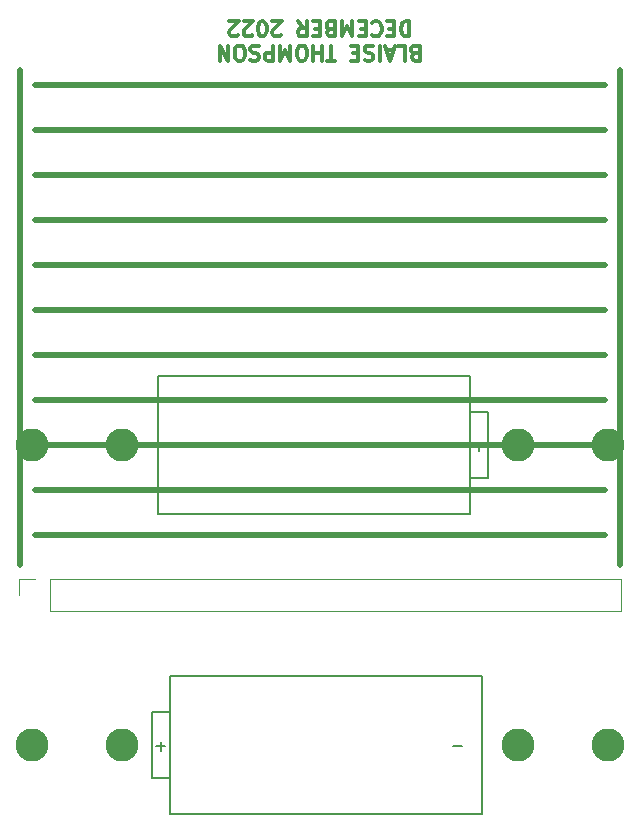
<source format=gbr>
%TF.GenerationSoftware,KiCad,Pcbnew,6.0.11+dfsg-1*%
%TF.CreationDate,2023-02-21T17:46:24-06:00*%
%TF.ProjectId,base,62617365-2e6b-4696-9361-645f70636258,A*%
%TF.SameCoordinates,Original*%
%TF.FileFunction,Legend,Top*%
%TF.FilePolarity,Positive*%
%FSLAX46Y46*%
G04 Gerber Fmt 4.6, Leading zero omitted, Abs format (unit mm)*
G04 Created by KiCad (PCBNEW 6.0.11+dfsg-1) date 2023-02-21 17:46:24*
%MOMM*%
%LPD*%
G01*
G04 APERTURE LIST*
%ADD10C,0.500000*%
%ADD11C,0.317500*%
%ADD12C,0.150000*%
%ADD13C,0.120000*%
%ADD14C,2.794000*%
G04 APERTURE END LIST*
D10*
X102870000Y-96520000D02*
X151130000Y-96520000D01*
X102870000Y-85090000D02*
X151130000Y-85090000D01*
X102870000Y-81280000D02*
X151130000Y-81280000D01*
X102870000Y-66040000D02*
X151130000Y-66040000D01*
X102870000Y-77470000D02*
X151130000Y-77470000D01*
X102870000Y-92710000D02*
X151130000Y-92710000D01*
X102870000Y-88900000D02*
X151130000Y-88900000D01*
X152400000Y-99060000D02*
X152400000Y-57150000D01*
X102870000Y-62230000D02*
X151130000Y-62230000D01*
X102870000Y-73660000D02*
X151130000Y-73660000D01*
X101600000Y-99060000D02*
X101600000Y-57150000D01*
X102870000Y-69850000D02*
X151130000Y-69850000D01*
X102870000Y-58420000D02*
X151130000Y-58420000D01*
D11*
X135043333Y-55723064D02*
X134861904Y-55662588D01*
X134801428Y-55602111D01*
X134740952Y-55481159D01*
X134740952Y-55299730D01*
X134801428Y-55178778D01*
X134861904Y-55118302D01*
X134982857Y-55057826D01*
X135466666Y-55057826D01*
X135466666Y-56327826D01*
X135043333Y-56327826D01*
X134922380Y-56267350D01*
X134861904Y-56206873D01*
X134801428Y-56085921D01*
X134801428Y-55964969D01*
X134861904Y-55844016D01*
X134922380Y-55783540D01*
X135043333Y-55723064D01*
X135466666Y-55723064D01*
X133591904Y-55057826D02*
X134196666Y-55057826D01*
X134196666Y-56327826D01*
X133229047Y-55420683D02*
X132624285Y-55420683D01*
X133350000Y-55057826D02*
X132926666Y-56327826D01*
X132503333Y-55057826D01*
X132080000Y-55057826D02*
X132080000Y-56327826D01*
X131535714Y-55118302D02*
X131354285Y-55057826D01*
X131051904Y-55057826D01*
X130930952Y-55118302D01*
X130870476Y-55178778D01*
X130810000Y-55299730D01*
X130810000Y-55420683D01*
X130870476Y-55541635D01*
X130930952Y-55602111D01*
X131051904Y-55662588D01*
X131293809Y-55723064D01*
X131414761Y-55783540D01*
X131475238Y-55844016D01*
X131535714Y-55964969D01*
X131535714Y-56085921D01*
X131475238Y-56206873D01*
X131414761Y-56267350D01*
X131293809Y-56327826D01*
X130991428Y-56327826D01*
X130810000Y-56267350D01*
X130265714Y-55723064D02*
X129842380Y-55723064D01*
X129660952Y-55057826D02*
X130265714Y-55057826D01*
X130265714Y-56327826D01*
X129660952Y-56327826D01*
X128330476Y-56327826D02*
X127604761Y-56327826D01*
X127967619Y-55057826D02*
X127967619Y-56327826D01*
X127181428Y-55057826D02*
X127181428Y-56327826D01*
X127181428Y-55723064D02*
X126455714Y-55723064D01*
X126455714Y-55057826D02*
X126455714Y-56327826D01*
X125609047Y-56327826D02*
X125367142Y-56327826D01*
X125246190Y-56267350D01*
X125125238Y-56146397D01*
X125064761Y-55904492D01*
X125064761Y-55481159D01*
X125125238Y-55239254D01*
X125246190Y-55118302D01*
X125367142Y-55057826D01*
X125609047Y-55057826D01*
X125730000Y-55118302D01*
X125850952Y-55239254D01*
X125911428Y-55481159D01*
X125911428Y-55904492D01*
X125850952Y-56146397D01*
X125730000Y-56267350D01*
X125609047Y-56327826D01*
X124520476Y-55057826D02*
X124520476Y-56327826D01*
X124097142Y-55420683D01*
X123673809Y-56327826D01*
X123673809Y-55057826D01*
X123069047Y-55057826D02*
X123069047Y-56327826D01*
X122585238Y-56327826D01*
X122464285Y-56267350D01*
X122403809Y-56206873D01*
X122343333Y-56085921D01*
X122343333Y-55904492D01*
X122403809Y-55783540D01*
X122464285Y-55723064D01*
X122585238Y-55662588D01*
X123069047Y-55662588D01*
X121859523Y-55118302D02*
X121678095Y-55057826D01*
X121375714Y-55057826D01*
X121254761Y-55118302D01*
X121194285Y-55178778D01*
X121133809Y-55299730D01*
X121133809Y-55420683D01*
X121194285Y-55541635D01*
X121254761Y-55602111D01*
X121375714Y-55662588D01*
X121617619Y-55723064D01*
X121738571Y-55783540D01*
X121799047Y-55844016D01*
X121859523Y-55964969D01*
X121859523Y-56085921D01*
X121799047Y-56206873D01*
X121738571Y-56267350D01*
X121617619Y-56327826D01*
X121315238Y-56327826D01*
X121133809Y-56267350D01*
X120347619Y-56327826D02*
X120105714Y-56327826D01*
X119984761Y-56267350D01*
X119863809Y-56146397D01*
X119803333Y-55904492D01*
X119803333Y-55481159D01*
X119863809Y-55239254D01*
X119984761Y-55118302D01*
X120105714Y-55057826D01*
X120347619Y-55057826D01*
X120468571Y-55118302D01*
X120589523Y-55239254D01*
X120650000Y-55481159D01*
X120650000Y-55904492D01*
X120589523Y-56146397D01*
X120468571Y-56267350D01*
X120347619Y-56327826D01*
X119259047Y-55057826D02*
X119259047Y-56327826D01*
X118533333Y-55057826D01*
X118533333Y-56327826D01*
X134589761Y-53013126D02*
X134589761Y-54283126D01*
X134287380Y-54283126D01*
X134105952Y-54222650D01*
X133985000Y-54101697D01*
X133924523Y-53980745D01*
X133864047Y-53738840D01*
X133864047Y-53557411D01*
X133924523Y-53315507D01*
X133985000Y-53194554D01*
X134105952Y-53073602D01*
X134287380Y-53013126D01*
X134589761Y-53013126D01*
X133319761Y-53678364D02*
X132896428Y-53678364D01*
X132715000Y-53013126D02*
X133319761Y-53013126D01*
X133319761Y-54283126D01*
X132715000Y-54283126D01*
X131445000Y-53134078D02*
X131505476Y-53073602D01*
X131686904Y-53013126D01*
X131807857Y-53013126D01*
X131989285Y-53073602D01*
X132110238Y-53194554D01*
X132170714Y-53315507D01*
X132231190Y-53557411D01*
X132231190Y-53738840D01*
X132170714Y-53980745D01*
X132110238Y-54101697D01*
X131989285Y-54222650D01*
X131807857Y-54283126D01*
X131686904Y-54283126D01*
X131505476Y-54222650D01*
X131445000Y-54162173D01*
X130900714Y-53678364D02*
X130477380Y-53678364D01*
X130295952Y-53013126D02*
X130900714Y-53013126D01*
X130900714Y-54283126D01*
X130295952Y-54283126D01*
X129751666Y-53013126D02*
X129751666Y-54283126D01*
X129328333Y-53375983D01*
X128905000Y-54283126D01*
X128905000Y-53013126D01*
X127876904Y-53678364D02*
X127695476Y-53617888D01*
X127635000Y-53557411D01*
X127574523Y-53436459D01*
X127574523Y-53255030D01*
X127635000Y-53134078D01*
X127695476Y-53073602D01*
X127816428Y-53013126D01*
X128300238Y-53013126D01*
X128300238Y-54283126D01*
X127876904Y-54283126D01*
X127755952Y-54222650D01*
X127695476Y-54162173D01*
X127635000Y-54041221D01*
X127635000Y-53920269D01*
X127695476Y-53799316D01*
X127755952Y-53738840D01*
X127876904Y-53678364D01*
X128300238Y-53678364D01*
X127030238Y-53678364D02*
X126606904Y-53678364D01*
X126425476Y-53013126D02*
X127030238Y-53013126D01*
X127030238Y-54283126D01*
X126425476Y-54283126D01*
X125155476Y-53013126D02*
X125578809Y-53617888D01*
X125881190Y-53013126D02*
X125881190Y-54283126D01*
X125397380Y-54283126D01*
X125276428Y-54222650D01*
X125215952Y-54162173D01*
X125155476Y-54041221D01*
X125155476Y-53859792D01*
X125215952Y-53738840D01*
X125276428Y-53678364D01*
X125397380Y-53617888D01*
X125881190Y-53617888D01*
X123704047Y-54162173D02*
X123643571Y-54222650D01*
X123522619Y-54283126D01*
X123220238Y-54283126D01*
X123099285Y-54222650D01*
X123038809Y-54162173D01*
X122978333Y-54041221D01*
X122978333Y-53920269D01*
X123038809Y-53738840D01*
X123764523Y-53013126D01*
X122978333Y-53013126D01*
X122192142Y-54283126D02*
X122071190Y-54283126D01*
X121950238Y-54222650D01*
X121889761Y-54162173D01*
X121829285Y-54041221D01*
X121768809Y-53799316D01*
X121768809Y-53496935D01*
X121829285Y-53255030D01*
X121889761Y-53134078D01*
X121950238Y-53073602D01*
X122071190Y-53013126D01*
X122192142Y-53013126D01*
X122313095Y-53073602D01*
X122373571Y-53134078D01*
X122434047Y-53255030D01*
X122494523Y-53496935D01*
X122494523Y-53799316D01*
X122434047Y-54041221D01*
X122373571Y-54162173D01*
X122313095Y-54222650D01*
X122192142Y-54283126D01*
X121285000Y-54162173D02*
X121224523Y-54222650D01*
X121103571Y-54283126D01*
X120801190Y-54283126D01*
X120680238Y-54222650D01*
X120619761Y-54162173D01*
X120559285Y-54041221D01*
X120559285Y-53920269D01*
X120619761Y-53738840D01*
X121345476Y-53013126D01*
X120559285Y-53013126D01*
X120075476Y-54162173D02*
X120015000Y-54222650D01*
X119894047Y-54283126D01*
X119591666Y-54283126D01*
X119470714Y-54222650D01*
X119410238Y-54162173D01*
X119349761Y-54041221D01*
X119349761Y-53920269D01*
X119410238Y-53738840D01*
X120135952Y-53013126D01*
X119349761Y-53013126D01*
D12*
%TO.C,BT2*%
X114935047Y-88971428D02*
X115696952Y-88971428D01*
X140081047Y-88971428D02*
X140842952Y-88971428D01*
X140462000Y-89352380D02*
X140462000Y-88590476D01*
%TO.C,BT1*%
X138303047Y-114371428D02*
X139064952Y-114371428D01*
X113157047Y-114371428D02*
X113918952Y-114371428D01*
X113538000Y-114752380D02*
X113538000Y-113990476D01*
%TO.C,BT2*%
X139700000Y-91694000D02*
X141224000Y-91694000D01*
X141224000Y-91694000D02*
X141224000Y-86106000D01*
X141224000Y-86106000D02*
X139700000Y-86106000D01*
X113284000Y-83058000D02*
X139700000Y-83058000D01*
X139700000Y-94742000D02*
X113284000Y-94742000D01*
X139700000Y-94742000D02*
X139700000Y-83058000D01*
X113284000Y-83058000D02*
X113284000Y-94742000D01*
%TO.C,BT1*%
X114300000Y-111506000D02*
X112776000Y-111506000D01*
X112776000Y-111506000D02*
X112776000Y-117094000D01*
X112776000Y-117094000D02*
X114300000Y-117094000D01*
X140716000Y-120142000D02*
X114300000Y-120142000D01*
X114300000Y-108458000D02*
X140716000Y-108458000D01*
X114300000Y-108458000D02*
X114300000Y-120142000D01*
X140716000Y-120142000D02*
X140716000Y-108458000D01*
D13*
%TO.C,J1*%
X152490000Y-102905000D02*
X152490000Y-100245000D01*
X101570000Y-101575000D02*
X101570000Y-100245000D01*
X101570000Y-100245000D02*
X102900000Y-100245000D01*
X104170000Y-100245000D02*
X152490000Y-100245000D01*
X104170000Y-102905000D02*
X152490000Y-102905000D01*
X104170000Y-102905000D02*
X104170000Y-100245000D01*
%TD*%
D14*
%TO.C,BT2*%
X151384000Y-88900000D03*
X143764000Y-88900000D03*
X110236000Y-88900000D03*
X102616000Y-88900000D03*
%TD*%
%TO.C,BT1*%
X102616000Y-114300000D03*
X110236000Y-114300000D03*
X143764000Y-114300000D03*
X151384000Y-114300000D03*
%TD*%
M02*

</source>
